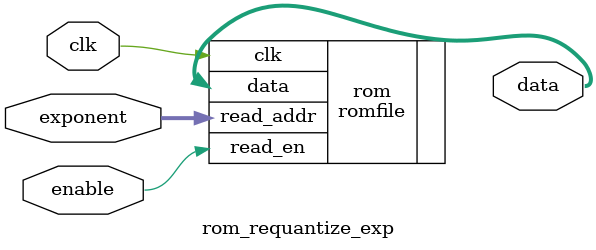
<source format=v>
`timescale 1ns / 1ps
`default_nettype none

module rom_requantize_exp(
    input wire          clk,
	 input wire          enable,
    input wire  [8:0]   exponent,
    output wire [31:0]  data
    );

	romfile #(
		.ROM_WIDTH(32),
		.ROM_ADDR_BITS(9),
		.FILENAME("lookup_requantize_exp.txt")
	) rom (
		.clk(clk),
		.read_en(enable),
		.read_addr(exponent),
		.data(data)
	);
endmodule


</source>
